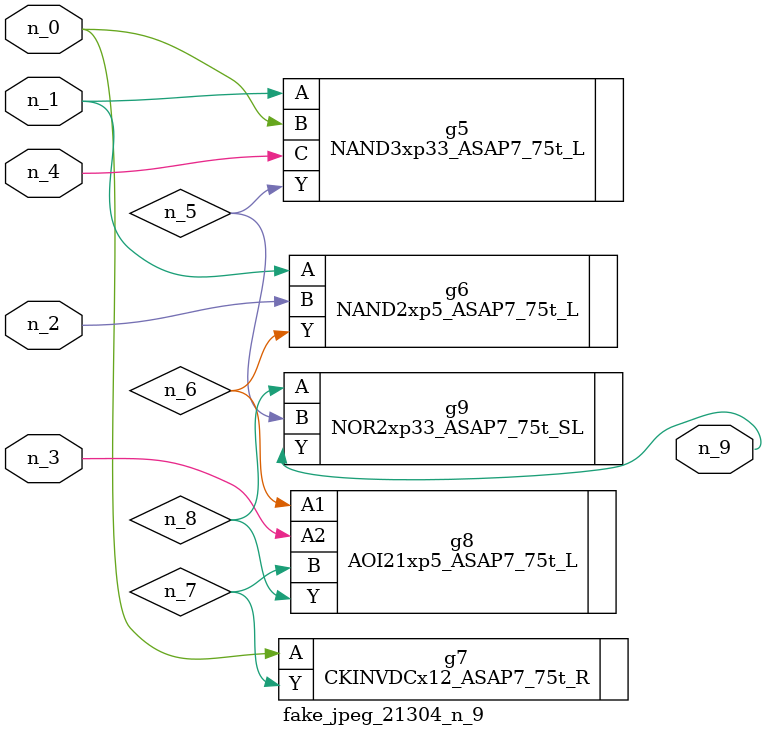
<source format=v>
module fake_jpeg_21304_n_9 (n_3, n_2, n_1, n_0, n_4, n_9);

input n_3;
input n_2;
input n_1;
input n_0;
input n_4;

output n_9;

wire n_8;
wire n_6;
wire n_5;
wire n_7;

NAND3xp33_ASAP7_75t_L g5 ( 
.A(n_1),
.B(n_0),
.C(n_4),
.Y(n_5)
);

NAND2xp5_ASAP7_75t_L g6 ( 
.A(n_1),
.B(n_2),
.Y(n_6)
);

CKINVDCx12_ASAP7_75t_R g7 ( 
.A(n_0),
.Y(n_7)
);

AOI21xp5_ASAP7_75t_L g8 ( 
.A1(n_6),
.A2(n_3),
.B(n_7),
.Y(n_8)
);

NOR2xp33_ASAP7_75t_SL g9 ( 
.A(n_8),
.B(n_5),
.Y(n_9)
);


endmodule
</source>
